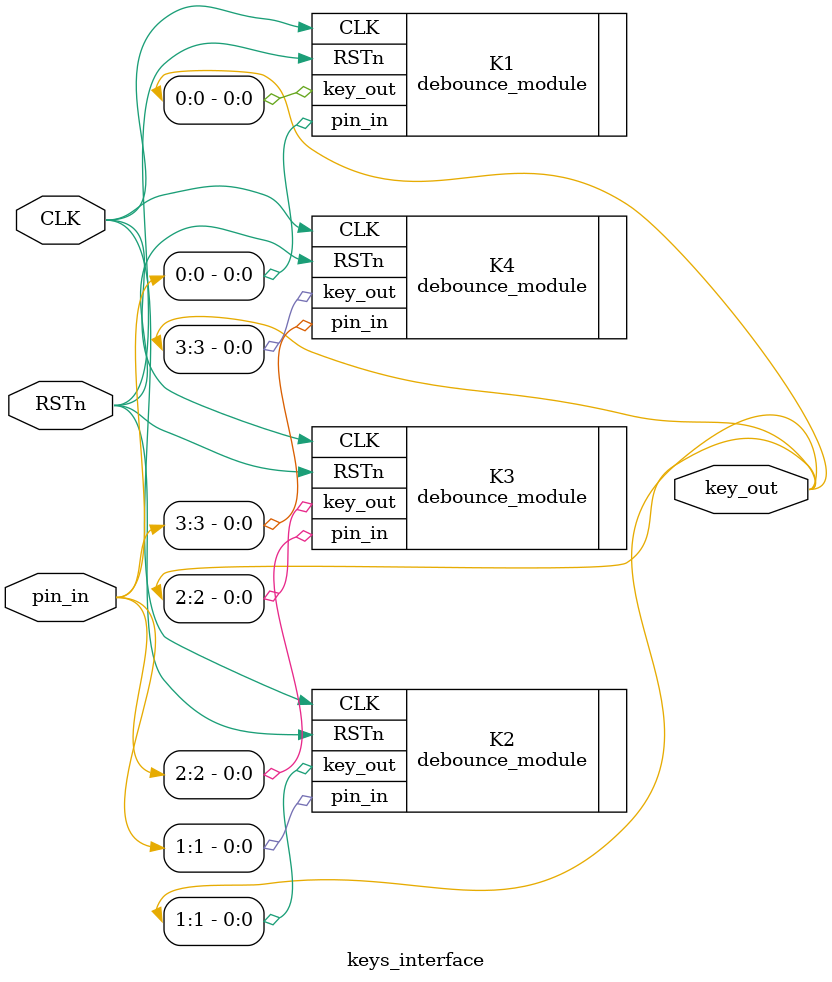
<source format=v>
`timescale 1ns / 1ps
module keys_interface(
    input CLK,
    input RSTn,
    input [3:0]pin_in,
    output [3:0]key_out
    );
    
    debounce_module K1(
        .CLK(CLK),
        .RSTn(RSTn),
        .pin_in(pin_in[0]),
        .key_out(key_out[0])
    );

    debounce_module K2(
        .CLK(CLK),
        .RSTn(RSTn),
        .pin_in(pin_in[1]),
        .key_out(key_out[1])
    );
    
    debounce_module K3(
        .CLK(CLK),
        .RSTn(RSTn),
        .pin_in(pin_in[2]),
        .key_out(key_out[2])
    );
    
    debounce_module K4(
        .CLK(CLK),
        .RSTn(RSTn),
        .pin_in(pin_in[3]),
        .key_out(key_out[3])
    );
    
endmodule

</source>
